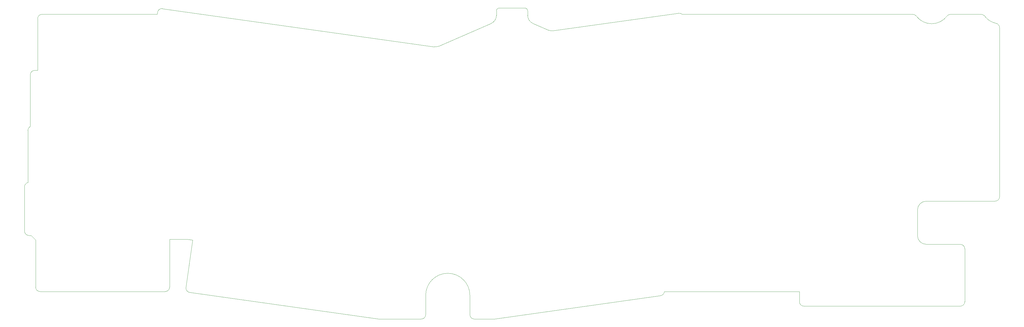
<source format=gm1>
G04 #@! TF.GenerationSoftware,KiCad,Pcbnew,(5.1.9)-1*
G04 #@! TF.CreationDate,2021-06-30T07:56:35+01:00*
G04 #@! TF.ProjectId,Paul-PCB-KICAD,5061756c-2d50-4434-922d-4b494341442e,rev?*
G04 #@! TF.SameCoordinates,Original*
G04 #@! TF.FileFunction,Profile,NP*
%FSLAX46Y46*%
G04 Gerber Fmt 4.6, Leading zero omitted, Abs format (unit mm)*
G04 Created by KiCad (PCBNEW (5.1.9)-1) date 2021-06-30 07:56:35*
%MOMM*%
%LPD*%
G01*
G04 APERTURE LIST*
G04 #@! TA.AperFunction,Profile*
%ADD10C,0.100000*%
G04 #@! TD*
G04 APERTURE END LIST*
D10*
X-3500000Y17050000D02*
X-2000000Y15550000D01*
X166760775Y89085061D02*
G75*
G02*
X164957000Y91836251I1196225J2751190D01*
G01*
X171960797Y86824076D02*
X166760774Y89085061D01*
X173574542Y86604462D02*
G75*
G02*
X171960797Y86824076I-417520J2970804D01*
G01*
X216114214Y92583025D02*
X173574541Y86604462D01*
X216114214Y92583025D02*
G75*
G02*
X217340208Y92200000I208760J-1485402D01*
G01*
X295629461Y92200000D02*
X217340208Y92200000D01*
X295629461Y92200000D02*
G75*
G02*
X296831390Y91597422I0J-1500000D01*
G01*
X307248109Y91597422D02*
G75*
G02*
X296831390Y91597422I-5208359J3888829D01*
G01*
X307248109Y91597422D02*
G75*
G02*
X308450038Y92200000I1201929J-897422D01*
G01*
X318824461Y92200000D02*
X308450038Y92200000D01*
X318824461Y92200000D02*
G75*
G02*
X320026390Y91597422I0J-1500000D01*
G01*
X323894125Y89126005D02*
G75*
G02*
X320026390Y91597422I1340625J6360246D01*
G01*
X323894125Y89126005D02*
G75*
G02*
X325084750Y87658256I-309375J-1467749D01*
G01*
X325084750Y30218500D02*
X325084750Y87658256D01*
X325084750Y30218500D02*
G75*
G02*
X323584750Y28718500I-1500000J0D01*
G01*
X300225250Y28718500D02*
X323584750Y28718500D01*
X297225250Y25718500D02*
G75*
G02*
X300225250Y28718500I3000000J0D01*
G01*
X297225250Y17048500D02*
X297225250Y25718500D01*
X300225250Y14048500D02*
G75*
G02*
X297225250Y17048500I0J3000000D01*
G01*
X311775250Y14048500D02*
X300225250Y14048500D01*
X311775250Y14048500D02*
G75*
G02*
X313275250Y12548500I0J-1500000D01*
G01*
X313275250Y-5451500D02*
X313275250Y12548500D01*
X313275250Y-5451500D02*
G75*
G02*
X311775250Y-6951500I-1500000J0D01*
G01*
X258675250Y-6951500D02*
X311775250Y-6951500D01*
X258675250Y-6951500D02*
G75*
G02*
X257175250Y-5451500I0J1500000D01*
G01*
X257175250Y-2000000D02*
X257175250Y-5451500D01*
X211340929Y-2000000D02*
X257175250Y-2000000D01*
X211340930Y-1999999D02*
G75*
G02*
X210052436Y-3394657I-1497254J90745D01*
G01*
X153656506Y-11320590D02*
X210052436Y-3394657D01*
X153656507Y-11320590D02*
G75*
G02*
X153447747Y-11335188I-208760J1485402D01*
G01*
X146852543Y-11335188D02*
X153447747Y-11335188D01*
X146852543Y-11335188D02*
G75*
G02*
X145352543Y-9835188I0J1500000D01*
G01*
X145352543Y-3277790D02*
X145352543Y-9835188D01*
X130352543Y-3277790D02*
G75*
G02*
X145352543Y-3277790I7500000J0D01*
G01*
X130352543Y-3277790D02*
X130352543Y-9835188D01*
X130352543Y-9835188D02*
G75*
G02*
X128852543Y-11335188I-1500000J0D01*
G01*
X114719145Y-11335188D02*
X128852543Y-11335188D01*
X114719145Y-11335188D02*
G75*
G02*
X114510385Y-11320590I0J1500000D01*
G01*
X50296016Y-2295851D02*
X114510385Y-11320590D01*
X50296016Y-2295851D02*
G75*
G02*
X49019374Y-601689I208760J1485402D01*
G01*
X49019374Y-601689D02*
X51287895Y15539680D01*
X51287895Y15539680D02*
X49435625Y15800000D01*
X49435625Y15800000D02*
X43443750Y15800000D01*
X43443750Y15800000D02*
X43443750Y-500000D01*
X43443750Y-500000D02*
G75*
G02*
X41943750Y-2000000I-1500000J0D01*
G01*
X-500000Y-2000000D02*
X41943750Y-2000000D01*
X-500001Y-2000000D02*
G75*
G02*
X-2000000Y-499999I1J1500000D01*
G01*
X-2000000Y15550000D02*
X-2000000Y-500000D01*
X-4270750Y17050000D02*
X-3500000Y17050000D01*
X-4270750Y17050000D02*
G75*
G02*
X-5770750Y18550000I0J1500000D01*
G01*
X-5770750Y33598019D02*
X-5770750Y18550000D01*
X-5770750Y33598019D02*
G75*
G02*
X-4647250Y35050000I1500000J0D01*
G01*
X-4647250Y52754231D02*
X-4647250Y35050000D01*
X-4647250Y52754231D02*
G75*
G02*
X-3809750Y54100000I1500000J0D01*
G01*
X-3809750Y71650000D02*
X-3809750Y54100000D01*
X-3809750Y71650000D02*
G75*
G02*
X-2309750Y73150000I1500000J0D01*
G01*
X-1333250Y73150000D02*
X-2309750Y73150000D01*
X-1333250Y90700000D02*
X-1333250Y73150000D01*
X-1333250Y90700000D02*
G75*
G02*
X166750Y92200000I1500000J0D01*
G01*
X39277566Y92200000D02*
X166750Y92200000D01*
X39369037Y92850849D02*
X39277566Y92200000D01*
X39369037Y92850848D02*
G75*
G02*
X41063198Y94127491I1485402J-208759D01*
G01*
X133245612Y81172101D02*
X41063198Y94127491D01*
X134859357Y81391715D02*
G75*
G02*
X133245612Y81172101I-1196226J2751190D01*
G01*
X152553225Y89085061D02*
X134859356Y81391715D01*
X154357000Y91836251D02*
G75*
G02*
X152553225Y89085061I-3000000J0D01*
G01*
X154357000Y93336251D02*
X154357000Y91836251D01*
X154357000Y93336251D02*
G75*
G02*
X155357000Y94336251I1000000J0D01*
G01*
X163957000Y94336251D02*
X155357000Y94336251D01*
X163957000Y94336251D02*
G75*
G02*
X164957000Y93336251I0J-1000000D01*
G01*
X164957000Y91836251D02*
X164957000Y93336251D01*
M02*

</source>
